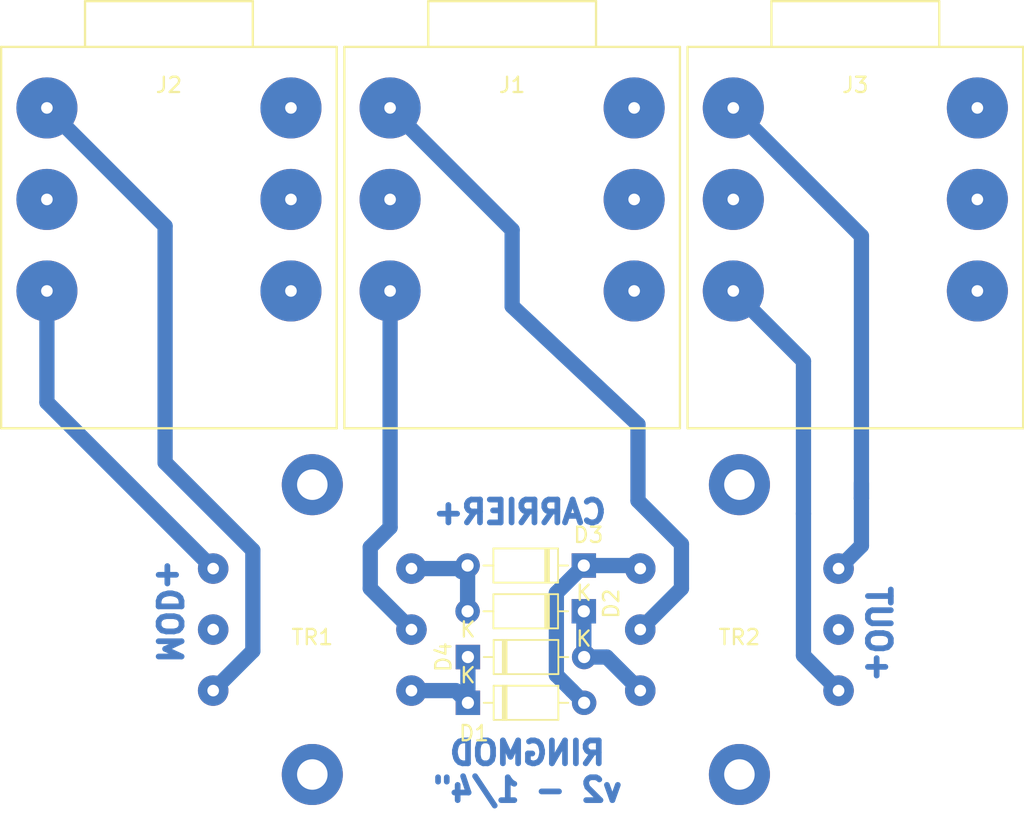
<source format=kicad_pcb>
(kicad_pcb (version 20171130) (host pcbnew "(5.1.5-0)")

  (general
    (thickness 1.6)
    (drawings 4)
    (tracks 45)
    (zones 0)
    (modules 9)
    (nets 25)
  )

  (page A4)
  (layers
    (0 F.Cu signal)
    (31 B.Cu signal)
    (32 B.Adhes user)
    (33 F.Adhes user)
    (34 B.Paste user)
    (35 F.Paste user)
    (36 B.SilkS user)
    (37 F.SilkS user)
    (38 B.Mask user)
    (39 F.Mask user)
    (40 Dwgs.User user)
    (41 Cmts.User user)
    (42 Eco1.User user)
    (43 Eco2.User user)
    (44 Edge.Cuts user)
    (45 Margin user)
    (46 B.CrtYd user)
    (47 F.CrtYd user)
    (48 B.Fab user)
    (49 F.Fab user)
  )

  (setup
    (last_trace_width 1)
    (trace_clearance 0.2)
    (zone_clearance 0.508)
    (zone_45_only no)
    (trace_min 0.2)
    (via_size 0.8)
    (via_drill 0.4)
    (via_min_size 0.4)
    (via_min_drill 0.3)
    (uvia_size 0.3)
    (uvia_drill 0.1)
    (uvias_allowed no)
    (uvia_min_size 0.2)
    (uvia_min_drill 0.1)
    (edge_width 0.15)
    (segment_width 0.2)
    (pcb_text_width 0.3)
    (pcb_text_size 1.5 1.5)
    (mod_edge_width 0.15)
    (mod_text_size 1 1)
    (mod_text_width 0.15)
    (pad_size 1.524 1.524)
    (pad_drill 0.762)
    (pad_to_mask_clearance 0.2)
    (aux_axis_origin 0 0)
    (visible_elements 7FFFFFFF)
    (pcbplotparams
      (layerselection 0x010fc_ffffffff)
      (usegerberextensions false)
      (usegerberattributes false)
      (usegerberadvancedattributes false)
      (creategerberjobfile false)
      (excludeedgelayer true)
      (linewidth 0.050000)
      (plotframeref false)
      (viasonmask false)
      (mode 1)
      (useauxorigin false)
      (hpglpennumber 1)
      (hpglpenspeed 20)
      (hpglpendiameter 15.000000)
      (psnegative false)
      (psa4output false)
      (plotreference true)
      (plotvalue true)
      (plotinvisibletext false)
      (padsonsilk false)
      (subtractmaskfromsilk false)
      (outputformat 1)
      (mirror false)
      (drillshape 1)
      (scaleselection 1)
      (outputdirectory ""))
  )

  (net 0 "")
  (net 1 "Net-(TR1-Pad2)")
  (net 2 "Net-(TR2-Pad5)")
  (net 3 "Net-(J2-Pad1)")
  (net 4 "Net-(J2-Pad2)")
  (net 5 "Net-(D2-Pad2)")
  (net 6 "Net-(J1-Pad1)")
  (net 7 "Net-(D1-Pad1)")
  (net 8 "Net-(J3-Pad1)")
  (net 9 "Net-(J3-Pad2)")
  (net 10 "Net-(D2-Pad1)")
  (net 11 "Net-(J1-Pad2)")
  (net 12 "Net-(D1-Pad2)")
  (net 13 "Net-(J2-Pad5)")
  (net 14 "Net-(J1-Pad5)")
  (net 15 "Net-(J3-Pad5)")
  (net 16 "Net-(J1-Pad6)")
  (net 17 "Net-(J1-Pad4)")
  (net 18 "Net-(J1-Pad3)")
  (net 19 "Net-(J2-Pad6)")
  (net 20 "Net-(J2-Pad4)")
  (net 21 "Net-(J2-Pad3)")
  (net 22 "Net-(J3-Pad6)")
  (net 23 "Net-(J3-Pad4)")
  (net 24 "Net-(J3-Pad3)")

  (net_class Default "This is the default net class."
    (clearance 0.2)
    (trace_width 1)
    (via_dia 0.8)
    (via_drill 0.4)
    (uvia_dia 0.3)
    (uvia_drill 0.1)
    (add_net "Net-(D1-Pad1)")
    (add_net "Net-(D1-Pad2)")
    (add_net "Net-(D2-Pad1)")
    (add_net "Net-(D2-Pad2)")
    (add_net "Net-(J1-Pad1)")
    (add_net "Net-(J1-Pad2)")
    (add_net "Net-(J1-Pad3)")
    (add_net "Net-(J1-Pad4)")
    (add_net "Net-(J1-Pad5)")
    (add_net "Net-(J1-Pad6)")
    (add_net "Net-(J2-Pad1)")
    (add_net "Net-(J2-Pad2)")
    (add_net "Net-(J2-Pad3)")
    (add_net "Net-(J2-Pad4)")
    (add_net "Net-(J2-Pad5)")
    (add_net "Net-(J2-Pad6)")
    (add_net "Net-(J3-Pad1)")
    (add_net "Net-(J3-Pad2)")
    (add_net "Net-(J3-Pad3)")
    (add_net "Net-(J3-Pad4)")
    (add_net "Net-(J3-Pad5)")
    (add_net "Net-(J3-Pad6)")
    (add_net "Net-(TR1-Pad2)")
    (add_net "Net-(TR2-Pad5)")
  )

  (net_class second ""
    (clearance 0.2)
    (trace_width 1)
    (via_dia 0.8)
    (via_drill 0.4)
    (uvia_dia 0.3)
    (uvia_drill 0.1)
  )

  (module NateTemp:StereoJackTRS3 (layer F.Cu) (tedit 5FBE9663) (tstamp 5FD71F3A)
    (at 165 59)
    (path /5FD2AA2E)
    (fp_text reference J3 (at 0 0.5) (layer F.SilkS)
      (effects (font (size 1 1) (thickness 0.15)))
    )
    (fp_text value OUT (at 0 -0.5) (layer F.Fab)
      (effects (font (size 1 1) (thickness 0.15)))
    )
    (fp_line (start 5.5 -5) (end 5.5 -2) (layer F.SilkS) (width 0.15))
    (fp_line (start -5.5 -5) (end 5.5 -5) (layer F.SilkS) (width 0.15))
    (fp_line (start -5.5 -2) (end -5.5 -5) (layer F.SilkS) (width 0.15))
    (fp_line (start -11 23) (end -11 -2) (layer F.SilkS) (width 0.15))
    (fp_line (start 11 23) (end -11 23) (layer F.SilkS) (width 0.15))
    (fp_line (start 11 -2) (end 11 23) (layer F.SilkS) (width 0.15))
    (fp_line (start -11 -2) (end 11 -2) (layer F.SilkS) (width 0.15))
    (pad 6 thru_hole circle (at 8 14) (size 4 4) (drill 0.762) (layers *.Cu *.Mask)
      (net 22 "Net-(J3-Pad6)"))
    (pad 5 thru_hole circle (at -8 14) (size 4 4) (drill 0.762) (layers *.Cu *.Mask)
      (net 15 "Net-(J3-Pad5)"))
    (pad 4 thru_hole circle (at 8 8) (size 4 4) (drill 0.762) (layers *.Cu *.Mask)
      (net 23 "Net-(J3-Pad4)"))
    (pad 3 thru_hole circle (at -8 8) (size 4 4) (drill 0.762) (layers *.Cu *.Mask)
      (net 24 "Net-(J3-Pad3)"))
    (pad 2 thru_hole circle (at 8 2) (size 4 4) (drill 0.762) (layers *.Cu *.Mask)
      (net 9 "Net-(J3-Pad2)"))
    (pad 1 thru_hole circle (at -8 2) (size 4 4) (drill 0.762) (layers *.Cu *.Mask)
      (net 8 "Net-(J3-Pad1)"))
  )

  (module NateTemp:StereoJackTRS3 (layer F.Cu) (tedit 5FBE9663) (tstamp 5FD71F29)
    (at 120 59)
    (path /5FD2A92F)
    (fp_text reference J2 (at 0 0.5) (layer F.SilkS)
      (effects (font (size 1 1) (thickness 0.15)))
    )
    (fp_text value MOD (at 0 -0.5) (layer F.Fab)
      (effects (font (size 1 1) (thickness 0.15)))
    )
    (fp_line (start 5.5 -5) (end 5.5 -2) (layer F.SilkS) (width 0.15))
    (fp_line (start -5.5 -5) (end 5.5 -5) (layer F.SilkS) (width 0.15))
    (fp_line (start -5.5 -2) (end -5.5 -5) (layer F.SilkS) (width 0.15))
    (fp_line (start -11 23) (end -11 -2) (layer F.SilkS) (width 0.15))
    (fp_line (start 11 23) (end -11 23) (layer F.SilkS) (width 0.15))
    (fp_line (start 11 -2) (end 11 23) (layer F.SilkS) (width 0.15))
    (fp_line (start -11 -2) (end 11 -2) (layer F.SilkS) (width 0.15))
    (pad 6 thru_hole circle (at 8 14) (size 4 4) (drill 0.762) (layers *.Cu *.Mask)
      (net 19 "Net-(J2-Pad6)"))
    (pad 5 thru_hole circle (at -8 14) (size 4 4) (drill 0.762) (layers *.Cu *.Mask)
      (net 13 "Net-(J2-Pad5)"))
    (pad 4 thru_hole circle (at 8 8) (size 4 4) (drill 0.762) (layers *.Cu *.Mask)
      (net 20 "Net-(J2-Pad4)"))
    (pad 3 thru_hole circle (at -8 8) (size 4 4) (drill 0.762) (layers *.Cu *.Mask)
      (net 21 "Net-(J2-Pad3)"))
    (pad 2 thru_hole circle (at 8 2) (size 4 4) (drill 0.762) (layers *.Cu *.Mask)
      (net 4 "Net-(J2-Pad2)"))
    (pad 1 thru_hole circle (at -8 2) (size 4 4) (drill 0.762) (layers *.Cu *.Mask)
      (net 3 "Net-(J2-Pad1)"))
  )

  (module NateTemp:StereoJackTRS3 (layer F.Cu) (tedit 5FBE9663) (tstamp 5FD71F18)
    (at 142.5 59)
    (path /5FD2A414)
    (fp_text reference J1 (at 0 0.5) (layer F.SilkS)
      (effects (font (size 1 1) (thickness 0.15)))
    )
    (fp_text value IN (at 0 -0.5) (layer F.Fab)
      (effects (font (size 1 1) (thickness 0.15)))
    )
    (fp_line (start 5.5 -5) (end 5.5 -2) (layer F.SilkS) (width 0.15))
    (fp_line (start -5.5 -5) (end 5.5 -5) (layer F.SilkS) (width 0.15))
    (fp_line (start -5.5 -2) (end -5.5 -5) (layer F.SilkS) (width 0.15))
    (fp_line (start -11 23) (end -11 -2) (layer F.SilkS) (width 0.15))
    (fp_line (start 11 23) (end -11 23) (layer F.SilkS) (width 0.15))
    (fp_line (start 11 -2) (end 11 23) (layer F.SilkS) (width 0.15))
    (fp_line (start -11 -2) (end 11 -2) (layer F.SilkS) (width 0.15))
    (pad 6 thru_hole circle (at 8 14) (size 4 4) (drill 0.762) (layers *.Cu *.Mask)
      (net 16 "Net-(J1-Pad6)"))
    (pad 5 thru_hole circle (at -8 14) (size 4 4) (drill 0.762) (layers *.Cu *.Mask)
      (net 14 "Net-(J1-Pad5)"))
    (pad 4 thru_hole circle (at 8 8) (size 4 4) (drill 0.762) (layers *.Cu *.Mask)
      (net 17 "Net-(J1-Pad4)"))
    (pad 3 thru_hole circle (at -8 8) (size 4 4) (drill 0.762) (layers *.Cu *.Mask)
      (net 18 "Net-(J1-Pad3)"))
    (pad 2 thru_hole circle (at 8 2) (size 4 4) (drill 0.762) (layers *.Cu *.Mask)
      (net 11 "Net-(J1-Pad2)"))
    (pad 1 thru_hole circle (at -8 2) (size 4 4) (drill 0.762) (layers *.Cu *.Mask)
      (net 6 "Net-(J1-Pad1)"))
  )

  (module Diode_THT:D_DO-35_SOD27_P7.62mm_Horizontal (layer F.Cu) (tedit 5AE50CD5) (tstamp 5FD49BDA)
    (at 139.6 97)
    (descr "Diode, DO-35_SOD27 series, Axial, Horizontal, pin pitch=7.62mm, , length*diameter=4*2mm^2, , http://www.diodes.com/_files/packages/DO-35.pdf")
    (tags "Diode DO-35_SOD27 series Axial Horizontal pin pitch 7.62mm  length 4mm diameter 2mm")
    (path /5FD29B3A)
    (fp_text reference D4 (at -1.6 0 90) (layer F.SilkS)
      (effects (font (size 1 1) (thickness 0.15)))
    )
    (fp_text value 1N914 (at -1.6 0 90) (layer F.Fab)
      (effects (font (size 1 1) (thickness 0.15)))
    )
    (fp_text user K (at 0 -1.8) (layer F.SilkS)
      (effects (font (size 1 1) (thickness 0.15)))
    )
    (fp_text user K (at 0 -1.8) (layer F.Fab)
      (effects (font (size 1 1) (thickness 0.15)))
    )
    (fp_text user %R (at 4.11 0) (layer F.Fab)
      (effects (font (size 0.8 0.8) (thickness 0.12)))
    )
    (fp_line (start 8.67 -1.25) (end -1.05 -1.25) (layer F.CrtYd) (width 0.05))
    (fp_line (start 8.67 1.25) (end 8.67 -1.25) (layer F.CrtYd) (width 0.05))
    (fp_line (start -1.05 1.25) (end 8.67 1.25) (layer F.CrtYd) (width 0.05))
    (fp_line (start -1.05 -1.25) (end -1.05 1.25) (layer F.CrtYd) (width 0.05))
    (fp_line (start 2.29 -1.12) (end 2.29 1.12) (layer F.SilkS) (width 0.12))
    (fp_line (start 2.53 -1.12) (end 2.53 1.12) (layer F.SilkS) (width 0.12))
    (fp_line (start 2.41 -1.12) (end 2.41 1.12) (layer F.SilkS) (width 0.12))
    (fp_line (start 6.58 0) (end 5.93 0) (layer F.SilkS) (width 0.12))
    (fp_line (start 1.04 0) (end 1.69 0) (layer F.SilkS) (width 0.12))
    (fp_line (start 5.93 -1.12) (end 1.69 -1.12) (layer F.SilkS) (width 0.12))
    (fp_line (start 5.93 1.12) (end 5.93 -1.12) (layer F.SilkS) (width 0.12))
    (fp_line (start 1.69 1.12) (end 5.93 1.12) (layer F.SilkS) (width 0.12))
    (fp_line (start 1.69 -1.12) (end 1.69 1.12) (layer F.SilkS) (width 0.12))
    (fp_line (start 2.31 -1) (end 2.31 1) (layer F.Fab) (width 0.1))
    (fp_line (start 2.51 -1) (end 2.51 1) (layer F.Fab) (width 0.1))
    (fp_line (start 2.41 -1) (end 2.41 1) (layer F.Fab) (width 0.1))
    (fp_line (start 7.62 0) (end 5.81 0) (layer F.Fab) (width 0.1))
    (fp_line (start 0 0) (end 1.81 0) (layer F.Fab) (width 0.1))
    (fp_line (start 5.81 -1) (end 1.81 -1) (layer F.Fab) (width 0.1))
    (fp_line (start 5.81 1) (end 5.81 -1) (layer F.Fab) (width 0.1))
    (fp_line (start 1.81 1) (end 5.81 1) (layer F.Fab) (width 0.1))
    (fp_line (start 1.81 -1) (end 1.81 1) (layer F.Fab) (width 0.1))
    (pad 2 thru_hole oval (at 7.62 0) (size 1.6 1.6) (drill 0.8) (layers *.Cu *.Mask)
      (net 10 "Net-(D2-Pad1)"))
    (pad 1 thru_hole rect (at 0 0) (size 1.6 1.6) (drill 0.8) (layers *.Cu *.Mask)
      (net 7 "Net-(D1-Pad1)"))
    (model ${KISYS3DMOD}/Diode_THT.3dshapes/D_DO-35_SOD27_P7.62mm_Horizontal.wrl
      (at (xyz 0 0 0))
      (scale (xyz 1 1 1))
      (rotate (xyz 0 0 0))
    )
  )

  (module Diode_THT:D_DO-35_SOD27_P7.62mm_Horizontal (layer F.Cu) (tedit 5AE50CD5) (tstamp 5FD49BBB)
    (at 147.2 91 180)
    (descr "Diode, DO-35_SOD27 series, Axial, Horizontal, pin pitch=7.62mm, , length*diameter=4*2mm^2, , http://www.diodes.com/_files/packages/DO-35.pdf")
    (tags "Diode DO-35_SOD27 series Axial Horizontal pin pitch 7.62mm  length 4mm diameter 2mm")
    (path /5FD29AFE)
    (fp_text reference D3 (at -0.3 2) (layer F.SilkS)
      (effects (font (size 1 1) (thickness 0.15)))
    )
    (fp_text value 1N914 (at 3.81 2.12 180) (layer F.Fab)
      (effects (font (size 1 1) (thickness 0.15)))
    )
    (fp_line (start 1.81 -1) (end 1.81 1) (layer F.Fab) (width 0.1))
    (fp_line (start 1.81 1) (end 5.81 1) (layer F.Fab) (width 0.1))
    (fp_line (start 5.81 1) (end 5.81 -1) (layer F.Fab) (width 0.1))
    (fp_line (start 5.81 -1) (end 1.81 -1) (layer F.Fab) (width 0.1))
    (fp_line (start 0 0) (end 1.81 0) (layer F.Fab) (width 0.1))
    (fp_line (start 7.62 0) (end 5.81 0) (layer F.Fab) (width 0.1))
    (fp_line (start 2.41 -1) (end 2.41 1) (layer F.Fab) (width 0.1))
    (fp_line (start 2.51 -1) (end 2.51 1) (layer F.Fab) (width 0.1))
    (fp_line (start 2.31 -1) (end 2.31 1) (layer F.Fab) (width 0.1))
    (fp_line (start 1.69 -1.12) (end 1.69 1.12) (layer F.SilkS) (width 0.12))
    (fp_line (start 1.69 1.12) (end 5.93 1.12) (layer F.SilkS) (width 0.12))
    (fp_line (start 5.93 1.12) (end 5.93 -1.12) (layer F.SilkS) (width 0.12))
    (fp_line (start 5.93 -1.12) (end 1.69 -1.12) (layer F.SilkS) (width 0.12))
    (fp_line (start 1.04 0) (end 1.69 0) (layer F.SilkS) (width 0.12))
    (fp_line (start 6.58 0) (end 5.93 0) (layer F.SilkS) (width 0.12))
    (fp_line (start 2.41 -1.12) (end 2.41 1.12) (layer F.SilkS) (width 0.12))
    (fp_line (start 2.53 -1.12) (end 2.53 1.12) (layer F.SilkS) (width 0.12))
    (fp_line (start 2.29 -1.12) (end 2.29 1.12) (layer F.SilkS) (width 0.12))
    (fp_line (start -1.05 -1.25) (end -1.05 1.25) (layer F.CrtYd) (width 0.05))
    (fp_line (start -1.05 1.25) (end 8.67 1.25) (layer F.CrtYd) (width 0.05))
    (fp_line (start 8.67 1.25) (end 8.67 -1.25) (layer F.CrtYd) (width 0.05))
    (fp_line (start 8.67 -1.25) (end -1.05 -1.25) (layer F.CrtYd) (width 0.05))
    (fp_text user %R (at 4.11 0 180) (layer F.Fab)
      (effects (font (size 0.8 0.8) (thickness 0.12)))
    )
    (fp_text user K (at 0 -1.8 180) (layer F.Fab)
      (effects (font (size 1 1) (thickness 0.15)))
    )
    (fp_text user K (at 0 -1.8 180) (layer F.SilkS)
      (effects (font (size 1 1) (thickness 0.15)))
    )
    (pad 1 thru_hole rect (at 0 0 180) (size 1.6 1.6) (drill 0.8) (layers *.Cu *.Mask)
      (net 12 "Net-(D1-Pad2)"))
    (pad 2 thru_hole oval (at 7.62 0 180) (size 1.6 1.6) (drill 0.8) (layers *.Cu *.Mask)
      (net 5 "Net-(D2-Pad2)"))
    (model ${KISYS3DMOD}/Diode_THT.3dshapes/D_DO-35_SOD27_P7.62mm_Horizontal.wrl
      (at (xyz 0 0 0))
      (scale (xyz 1 1 1))
      (rotate (xyz 0 0 0))
    )
  )

  (module Diode_THT:D_DO-35_SOD27_P7.62mm_Horizontal (layer F.Cu) (tedit 5AE50CD5) (tstamp 5FD2F2B9)
    (at 147.2 94 180)
    (descr "Diode, DO-35_SOD27 series, Axial, Horizontal, pin pitch=7.62mm, , length*diameter=4*2mm^2, , http://www.diodes.com/_files/packages/DO-35.pdf")
    (tags "Diode DO-35_SOD27 series Axial Horizontal pin pitch 7.62mm  length 4mm diameter 2mm")
    (path /5FD29AD6)
    (fp_text reference D2 (at -1.8 0.5 90) (layer F.SilkS)
      (effects (font (size 1 1) (thickness 0.15)))
    )
    (fp_text value 1N914 (at -1.8 0 270) (layer F.Fab)
      (effects (font (size 1 1) (thickness 0.15)))
    )
    (fp_text user K (at 0 -1.8 180) (layer F.SilkS)
      (effects (font (size 1 1) (thickness 0.15)))
    )
    (fp_text user K (at 0 -1.8 180) (layer F.Fab)
      (effects (font (size 1 1) (thickness 0.15)))
    )
    (fp_text user %R (at 4.11 0 180) (layer F.Fab)
      (effects (font (size 0.8 0.8) (thickness 0.12)))
    )
    (fp_line (start 8.67 -1.25) (end -1.05 -1.25) (layer F.CrtYd) (width 0.05))
    (fp_line (start 8.67 1.25) (end 8.67 -1.25) (layer F.CrtYd) (width 0.05))
    (fp_line (start -1.05 1.25) (end 8.67 1.25) (layer F.CrtYd) (width 0.05))
    (fp_line (start -1.05 -1.25) (end -1.05 1.25) (layer F.CrtYd) (width 0.05))
    (fp_line (start 2.29 -1.12) (end 2.29 1.12) (layer F.SilkS) (width 0.12))
    (fp_line (start 2.53 -1.12) (end 2.53 1.12) (layer F.SilkS) (width 0.12))
    (fp_line (start 2.41 -1.12) (end 2.41 1.12) (layer F.SilkS) (width 0.12))
    (fp_line (start 6.58 0) (end 5.93 0) (layer F.SilkS) (width 0.12))
    (fp_line (start 1.04 0) (end 1.69 0) (layer F.SilkS) (width 0.12))
    (fp_line (start 5.93 -1.12) (end 1.69 -1.12) (layer F.SilkS) (width 0.12))
    (fp_line (start 5.93 1.12) (end 5.93 -1.12) (layer F.SilkS) (width 0.12))
    (fp_line (start 1.69 1.12) (end 5.93 1.12) (layer F.SilkS) (width 0.12))
    (fp_line (start 1.69 -1.12) (end 1.69 1.12) (layer F.SilkS) (width 0.12))
    (fp_line (start 2.31 -1) (end 2.31 1) (layer F.Fab) (width 0.1))
    (fp_line (start 2.51 -1) (end 2.51 1) (layer F.Fab) (width 0.1))
    (fp_line (start 2.41 -1) (end 2.41 1) (layer F.Fab) (width 0.1))
    (fp_line (start 7.62 0) (end 5.81 0) (layer F.Fab) (width 0.1))
    (fp_line (start 0 0) (end 1.81 0) (layer F.Fab) (width 0.1))
    (fp_line (start 5.81 -1) (end 1.81 -1) (layer F.Fab) (width 0.1))
    (fp_line (start 5.81 1) (end 5.81 -1) (layer F.Fab) (width 0.1))
    (fp_line (start 1.81 1) (end 5.81 1) (layer F.Fab) (width 0.1))
    (fp_line (start 1.81 -1) (end 1.81 1) (layer F.Fab) (width 0.1))
    (pad 2 thru_hole oval (at 7.62 0 180) (size 1.6 1.6) (drill 0.8) (layers *.Cu *.Mask)
      (net 5 "Net-(D2-Pad2)"))
    (pad 1 thru_hole rect (at 0 0 180) (size 1.6 1.6) (drill 0.8) (layers *.Cu *.Mask)
      (net 10 "Net-(D2-Pad1)"))
    (model ${KISYS3DMOD}/Diode_THT.3dshapes/D_DO-35_SOD27_P7.62mm_Horizontal.wrl
      (at (xyz 0 0 0))
      (scale (xyz 1 1 1))
      (rotate (xyz 0 0 0))
    )
  )

  (module Diode_THT:D_DO-35_SOD27_P7.62mm_Horizontal (layer F.Cu) (tedit 5AE50CD5) (tstamp 5FD49B7D)
    (at 139.6 100)
    (descr "Diode, DO-35_SOD27 series, Axial, Horizontal, pin pitch=7.62mm, , length*diameter=4*2mm^2, , http://www.diodes.com/_files/packages/DO-35.pdf")
    (tags "Diode DO-35_SOD27 series Axial Horizontal pin pitch 7.62mm  length 4mm diameter 2mm")
    (path /5FD29A8F)
    (fp_text reference D1 (at 0.4 2) (layer F.SilkS)
      (effects (font (size 1 1) (thickness 0.15)))
    )
    (fp_text value 1N914 (at 3.81 2.12) (layer F.Fab)
      (effects (font (size 1 1) (thickness 0.15)))
    )
    (fp_line (start 1.81 -1) (end 1.81 1) (layer F.Fab) (width 0.1))
    (fp_line (start 1.81 1) (end 5.81 1) (layer F.Fab) (width 0.1))
    (fp_line (start 5.81 1) (end 5.81 -1) (layer F.Fab) (width 0.1))
    (fp_line (start 5.81 -1) (end 1.81 -1) (layer F.Fab) (width 0.1))
    (fp_line (start 0 0) (end 1.81 0) (layer F.Fab) (width 0.1))
    (fp_line (start 7.62 0) (end 5.81 0) (layer F.Fab) (width 0.1))
    (fp_line (start 2.41 -1) (end 2.41 1) (layer F.Fab) (width 0.1))
    (fp_line (start 2.51 -1) (end 2.51 1) (layer F.Fab) (width 0.1))
    (fp_line (start 2.31 -1) (end 2.31 1) (layer F.Fab) (width 0.1))
    (fp_line (start 1.69 -1.12) (end 1.69 1.12) (layer F.SilkS) (width 0.12))
    (fp_line (start 1.69 1.12) (end 5.93 1.12) (layer F.SilkS) (width 0.12))
    (fp_line (start 5.93 1.12) (end 5.93 -1.12) (layer F.SilkS) (width 0.12))
    (fp_line (start 5.93 -1.12) (end 1.69 -1.12) (layer F.SilkS) (width 0.12))
    (fp_line (start 1.04 0) (end 1.69 0) (layer F.SilkS) (width 0.12))
    (fp_line (start 6.58 0) (end 5.93 0) (layer F.SilkS) (width 0.12))
    (fp_line (start 2.41 -1.12) (end 2.41 1.12) (layer F.SilkS) (width 0.12))
    (fp_line (start 2.53 -1.12) (end 2.53 1.12) (layer F.SilkS) (width 0.12))
    (fp_line (start 2.29 -1.12) (end 2.29 1.12) (layer F.SilkS) (width 0.12))
    (fp_line (start -1.05 -1.25) (end -1.05 1.25) (layer F.CrtYd) (width 0.05))
    (fp_line (start -1.05 1.25) (end 8.67 1.25) (layer F.CrtYd) (width 0.05))
    (fp_line (start 8.67 1.25) (end 8.67 -1.25) (layer F.CrtYd) (width 0.05))
    (fp_line (start 8.67 -1.25) (end -1.05 -1.25) (layer F.CrtYd) (width 0.05))
    (fp_text user %R (at 4.11 0) (layer F.Fab)
      (effects (font (size 0.8 0.8) (thickness 0.12)))
    )
    (fp_text user K (at 0 -1.8) (layer F.Fab)
      (effects (font (size 1 1) (thickness 0.15)))
    )
    (fp_text user K (at 0 -1.8) (layer F.SilkS)
      (effects (font (size 1 1) (thickness 0.15)))
    )
    (pad 1 thru_hole rect (at 0 0) (size 1.6 1.6) (drill 0.8) (layers *.Cu *.Mask)
      (net 7 "Net-(D1-Pad1)"))
    (pad 2 thru_hole oval (at 7.62 0) (size 1.6 1.6) (drill 0.8) (layers *.Cu *.Mask)
      (net 12 "Net-(D1-Pad2)"))
    (model ${KISYS3DMOD}/Diode_THT.3dshapes/D_DO-35_SOD27_P7.62mm_Horizontal.wrl
      (at (xyz 0 0 0))
      (scale (xyz 1 1 1))
      (rotate (xyz 0 0 0))
    )
  )

  (module "ringmod1:TM018-R Transformer" (layer F.Cu) (tedit 5FD28FA2) (tstamp 5FD2D001)
    (at 157.4 95.2)
    (path /5FD29836)
    (fp_text reference TR2 (at 0 0.5) (layer F.SilkS)
      (effects (font (size 1 1) (thickness 0.15)))
    )
    (fp_text value TR2 (at 0 -0.5) (layer F.Fab)
      (effects (font (size 1 1) (thickness 0.15)))
    )
    (pad "" thru_hole circle (at 0 9.5) (size 4 4) (drill 2) (layers *.Cu *.Mask))
    (pad "" thru_hole circle (at 0 -9.5) (size 4 4) (drill 2) (layers *.Cu *.Mask))
    (pad 6 thru_hole circle (at 6.5 4) (size 2 2) (drill 0.762) (layers *.Cu *.Mask)
      (net 15 "Net-(J3-Pad5)"))
    (pad 5 thru_hole circle (at 6.5 0) (size 2 2) (drill 0.762) (layers *.Cu *.Mask)
      (net 2 "Net-(TR2-Pad5)"))
    (pad 4 thru_hole circle (at 6.5 -4) (size 2 2) (drill 0.762) (layers *.Cu *.Mask)
      (net 8 "Net-(J3-Pad1)"))
    (pad 3 thru_hole circle (at -6.5 4) (size 2 2) (drill 0.762) (layers *.Cu *.Mask)
      (net 10 "Net-(D2-Pad1)"))
    (pad 2 thru_hole circle (at -6.5 0) (size 2 2) (drill 0.762) (layers *.Cu *.Mask)
      (net 6 "Net-(J1-Pad1)"))
    (pad 1 thru_hole circle (at -6.5 -4) (size 2 2) (drill 0.762) (layers *.Cu *.Mask)
      (net 12 "Net-(D1-Pad2)"))
  )

  (module "ringmod1:TM018-R Transformer" (layer F.Cu) (tedit 5FD28FA2) (tstamp 5FD2CFF6)
    (at 129.4 95.2)
    (path /5FD297C4)
    (fp_text reference TR1 (at 0 0.5) (layer F.SilkS)
      (effects (font (size 1 1) (thickness 0.15)))
    )
    (fp_text value TR1 (at 0 -0.5) (layer F.Fab)
      (effects (font (size 1 1) (thickness 0.15)))
    )
    (pad 1 thru_hole circle (at -6.5 -4) (size 2 2) (drill 0.762) (layers *.Cu *.Mask)
      (net 13 "Net-(J2-Pad5)"))
    (pad 2 thru_hole circle (at -6.5 0) (size 2 2) (drill 0.762) (layers *.Cu *.Mask)
      (net 1 "Net-(TR1-Pad2)"))
    (pad 3 thru_hole circle (at -6.5 4) (size 2 2) (drill 0.762) (layers *.Cu *.Mask)
      (net 3 "Net-(J2-Pad1)"))
    (pad 4 thru_hole circle (at 6.5 -4) (size 2 2) (drill 0.762) (layers *.Cu *.Mask)
      (net 5 "Net-(D2-Pad2)"))
    (pad 5 thru_hole circle (at 6.5 0) (size 2 2) (drill 0.762) (layers *.Cu *.Mask)
      (net 14 "Net-(J1-Pad5)"))
    (pad 6 thru_hole circle (at 6.5 4) (size 2 2) (drill 0.762) (layers *.Cu *.Mask)
      (net 7 "Net-(D1-Pad1)"))
    (pad "" thru_hole circle (at 0 -9.5) (size 4 4) (drill 2) (layers *.Cu *.Mask))
    (pad "" thru_hole circle (at 0 9.5) (size 4 4) (drill 2) (layers *.Cu *.Mask))
  )

  (gr_text +OUT (at 166.5 95.5 270) (layer B.Cu) (tstamp 5FD2FBD5)
    (effects (font (size 1.5 1.5) (thickness 0.375)) (justify mirror))
  )
  (gr_text MOD+ (at 120 94 270) (layer B.Cu) (tstamp 5FD2FBCA)
    (effects (font (size 1.5 1.5) (thickness 0.375)) (justify mirror))
  )
  (gr_text CARRIER+ (at 143 87.5) (layer B.Cu) (tstamp 5FD2FBCA)
    (effects (font (size 1.5 1.5) (thickness 0.375)) (justify mirror))
  )
  (gr_text "RINGMOD\nv2 - 1/4\"" (at 143.5 104.5) (layer B.Cu)
    (effects (font (size 1.5 1.5) (thickness 0.375)) (justify mirror))
  )

  (segment (start 125.5 90) (end 125.5 96.6) (width 1) (layer B.Cu) (net 3))
  (segment (start 125.5 96.6) (end 122.9 99.2) (width 1) (layer B.Cu) (net 3))
  (segment (start 119.748204 84.248204) (end 125.5 90) (width 1) (layer B.Cu) (net 3))
  (segment (start 119.748204 68.748204) (end 119.748204 84.248204) (width 1) (layer B.Cu) (net 3))
  (segment (start 112 61) (end 119.748204 68.748204) (width 1) (layer B.Cu) (net 3))
  (segment (start 139.18 91.4) (end 139.58 91) (width 1) (layer B.Cu) (net 5))
  (segment (start 139.58 91) (end 139.58 94) (width 1) (layer B.Cu) (net 5))
  (segment (start 139.38 91.2) (end 139.58 91) (width 1) (layer B.Cu) (net 5))
  (segment (start 135.9 91.2) (end 139.38 91.2) (width 1) (layer B.Cu) (net 5))
  (segment (start 135.9 95.2) (end 133.2 92.5) (width 1) (layer B.Cu) (net 14))
  (segment (start 133.2 92.5) (end 133.2 89.8) (width 1) (layer B.Cu) (net 14))
  (segment (start 139.6 97) (end 139.6 100) (width 1) (layer B.Cu) (net 7))
  (segment (start 138.8 99.2) (end 139.6 100) (width 1) (layer B.Cu) (net 7))
  (segment (start 135.9 99.2) (end 138.8 99.2) (width 1) (layer B.Cu) (net 7))
  (segment (start 165.4 89.7) (end 163.9 91.2) (width 1) (layer B.Cu) (net 8))
  (segment (start 162.900001 98.200001) (end 163.9 99.2) (width 1) (layer B.Cu) (net 15))
  (segment (start 161.6 96.9) (end 162.900001 98.200001) (width 1) (layer B.Cu) (net 15))
  (segment (start 147.2 96.98) (end 147.22 97) (width 1) (layer B.Cu) (net 10))
  (segment (start 147.2 94) (end 147.2 96.98) (width 1) (layer B.Cu) (net 10))
  (segment (start 148.7 97) (end 150.9 99.2) (width 1) (layer B.Cu) (net 10))
  (segment (start 147.22 97) (end 148.7 97) (width 1) (layer B.Cu) (net 10))
  (segment (start 150.9 95.2) (end 153.6 92.5) (width 1) (layer B.Cu) (net 6))
  (segment (start 153.6 92.5) (end 153.6 89.6) (width 1) (layer B.Cu) (net 6))
  (segment (start 153.6 89.6) (end 150.75 86.75) (width 1) (layer B.Cu) (net 6))
  (segment (start 150.75 81.75) (end 150.75 86.75) (width 1) (layer B.Cu) (net 6))
  (segment (start 142.5 74) (end 150.75 81.75) (width 1) (layer B.Cu) (net 6))
  (segment (start 142.5 69) (end 142.5 74) (width 1) (layer B.Cu) (net 6))
  (segment (start 134.5 61) (end 142.5 69) (width 1) (layer B.Cu) (net 6))
  (segment (start 165.4 69.4) (end 157 61) (width 1) (layer B.Cu) (net 8))
  (segment (start 165.4 85.6) (end 165.4 86.6) (width 1) (layer B.Cu) (net 8))
  (segment (start 165.4 86.6) (end 165.4 69.4) (width 1) (layer B.Cu) (net 8))
  (segment (start 165.4 86.6) (end 165.4 89.7) (width 1) (layer B.Cu) (net 8))
  (segment (start 150.7 91) (end 150.9 91.2) (width 1) (layer B.Cu) (net 12))
  (segment (start 147.2 91) (end 150.7 91) (width 1) (layer B.Cu) (net 12))
  (segment (start 146.420001 99.200001) (end 147.22 100) (width 1) (layer B.Cu) (net 12))
  (segment (start 145.4 98.18) (end 146.420001 99.200001) (width 1) (layer B.Cu) (net 12))
  (segment (start 145.4 92.8) (end 145.4 98.18) (width 1) (layer B.Cu) (net 12))
  (segment (start 147.2 91) (end 145.4 92.8) (width 1) (layer B.Cu) (net 12))
  (segment (start 112 80.3) (end 122.9 91.2) (width 1) (layer B.Cu) (net 13))
  (segment (start 112 73) (end 112 80.3) (width 1) (layer B.Cu) (net 13))
  (segment (start 134.5 88.5) (end 134.5 73) (width 1) (layer B.Cu) (net 14))
  (segment (start 133.2 89.8) (end 134.5 88.5) (width 1) (layer B.Cu) (net 14))
  (segment (start 161.6 77.6) (end 157 73) (width 1) (layer B.Cu) (net 15))
  (segment (start 161.6 87.6) (end 161.6 77.6) (width 1) (layer B.Cu) (net 15))
  (segment (start 161.6 87.6) (end 161.6 96.9) (width 1) (layer B.Cu) (net 15))

)

</source>
